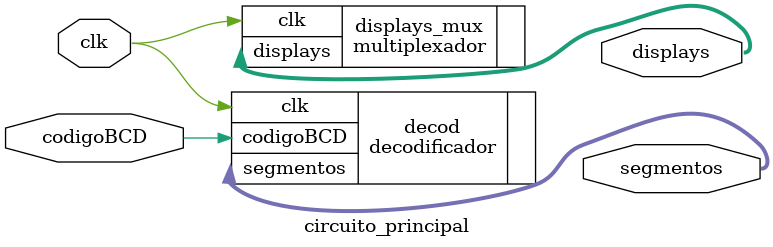
<source format=v>
module circuito_principal(codigoBCD, clk, segmentos, displays);
	input clk, codigoBCD;
	output [6:0] segmentos;
	output [3:0] displays;
	
	multiplexador displays_mux(
		.clk(clk),
		.displays(displays)
	);
	
	decodificador decod(
		.codigoBCD(codigoBCD),
		.clk(clk),
		.segmentos(segmentos)
	);
	

endmodule 
</source>
